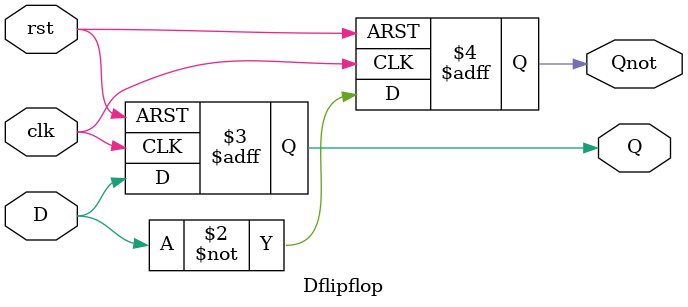
<source format=v>
module Dflipflop(D, clk, rst, Q, Qnot);

	input D, clk, rst;
	output reg Q, Qnot;
	
	always @ (posedge clk, posedge rst)
	begin
		if (rst)
		begin
			Q = 1'b0;
			Qnot = 1'b1;
		end
		else
		begin
			Q = D;
			Qnot = ~Q;
		end
	end

endmodule
</source>
